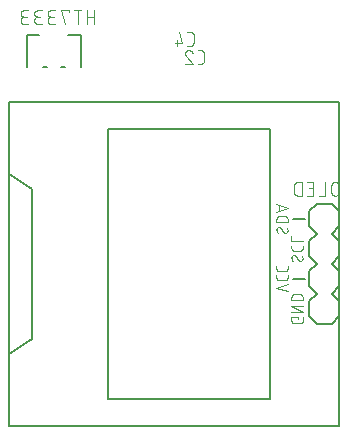
<source format=gbr>
G04 EAGLE Gerber RS-274X export*
G75*
%MOMM*%
%FSLAX34Y34*%
%LPD*%
%INSilkscreen Bottom*%
%IPPOS*%
%AMOC8*
5,1,8,0,0,1.08239X$1,22.5*%
G01*
%ADD10C,0.152400*%
%ADD11C,0.101600*%
%ADD12C,0.127000*%
%ADD13C,0.076200*%


D10*
X276724Y509676D02*
X276724Y536804D01*
X266136Y536804D01*
X231276Y536804D02*
X231276Y509676D01*
X231276Y536804D02*
X241364Y536804D01*
X259776Y509596D02*
X263364Y509596D01*
X248364Y509596D02*
X244776Y509596D01*
D11*
X288242Y545758D02*
X288242Y557442D01*
X288242Y552249D02*
X281751Y552249D01*
X281751Y557442D02*
X281751Y545758D01*
X273948Y545758D02*
X273948Y557442D01*
X277193Y557442D02*
X270702Y557442D01*
X266525Y557442D02*
X266525Y556144D01*
X266525Y557442D02*
X260034Y557442D01*
X263280Y545758D01*
X255095Y545758D02*
X251850Y545758D01*
X251737Y545760D01*
X251624Y545766D01*
X251511Y545776D01*
X251398Y545790D01*
X251286Y545807D01*
X251175Y545829D01*
X251065Y545854D01*
X250955Y545884D01*
X250847Y545917D01*
X250740Y545954D01*
X250634Y545994D01*
X250530Y546039D01*
X250427Y546087D01*
X250326Y546138D01*
X250227Y546193D01*
X250130Y546251D01*
X250035Y546313D01*
X249942Y546378D01*
X249852Y546446D01*
X249764Y546517D01*
X249678Y546592D01*
X249595Y546669D01*
X249515Y546749D01*
X249438Y546832D01*
X249363Y546918D01*
X249292Y547006D01*
X249224Y547096D01*
X249159Y547189D01*
X249097Y547284D01*
X249039Y547381D01*
X248984Y547480D01*
X248933Y547581D01*
X248885Y547684D01*
X248840Y547788D01*
X248800Y547894D01*
X248763Y548001D01*
X248730Y548109D01*
X248700Y548219D01*
X248675Y548329D01*
X248653Y548440D01*
X248636Y548552D01*
X248622Y548665D01*
X248612Y548778D01*
X248606Y548891D01*
X248604Y549004D01*
X248606Y549117D01*
X248612Y549230D01*
X248622Y549343D01*
X248636Y549456D01*
X248653Y549568D01*
X248675Y549679D01*
X248700Y549789D01*
X248730Y549899D01*
X248763Y550007D01*
X248800Y550114D01*
X248840Y550220D01*
X248885Y550324D01*
X248933Y550427D01*
X248984Y550528D01*
X249039Y550627D01*
X249097Y550724D01*
X249159Y550819D01*
X249224Y550912D01*
X249292Y551002D01*
X249363Y551090D01*
X249438Y551176D01*
X249515Y551259D01*
X249595Y551339D01*
X249678Y551416D01*
X249764Y551491D01*
X249852Y551562D01*
X249942Y551630D01*
X250035Y551695D01*
X250130Y551757D01*
X250227Y551815D01*
X250326Y551870D01*
X250427Y551921D01*
X250530Y551969D01*
X250634Y552014D01*
X250740Y552054D01*
X250847Y552091D01*
X250955Y552124D01*
X251065Y552154D01*
X251175Y552179D01*
X251286Y552201D01*
X251398Y552218D01*
X251511Y552232D01*
X251624Y552242D01*
X251737Y552248D01*
X251850Y552250D01*
X251200Y557442D02*
X255095Y557442D01*
X251200Y557442D02*
X251099Y557440D01*
X250999Y557434D01*
X250899Y557424D01*
X250799Y557411D01*
X250700Y557393D01*
X250601Y557372D01*
X250504Y557347D01*
X250407Y557318D01*
X250312Y557285D01*
X250218Y557249D01*
X250126Y557209D01*
X250035Y557166D01*
X249946Y557119D01*
X249859Y557069D01*
X249773Y557015D01*
X249690Y556958D01*
X249610Y556898D01*
X249531Y556835D01*
X249455Y556768D01*
X249382Y556699D01*
X249312Y556627D01*
X249244Y556553D01*
X249179Y556476D01*
X249118Y556396D01*
X249059Y556314D01*
X249004Y556230D01*
X248952Y556144D01*
X248903Y556056D01*
X248858Y555966D01*
X248816Y555874D01*
X248778Y555781D01*
X248744Y555686D01*
X248713Y555591D01*
X248686Y555494D01*
X248663Y555396D01*
X248643Y555297D01*
X248628Y555197D01*
X248616Y555097D01*
X248608Y554997D01*
X248604Y554896D01*
X248604Y554796D01*
X248608Y554695D01*
X248616Y554595D01*
X248628Y554495D01*
X248643Y554395D01*
X248663Y554296D01*
X248686Y554198D01*
X248713Y554101D01*
X248744Y554006D01*
X248778Y553911D01*
X248816Y553818D01*
X248858Y553726D01*
X248903Y553636D01*
X248952Y553548D01*
X249004Y553462D01*
X249059Y553378D01*
X249118Y553296D01*
X249179Y553216D01*
X249244Y553139D01*
X249312Y553065D01*
X249382Y552993D01*
X249455Y552924D01*
X249531Y552857D01*
X249610Y552794D01*
X249690Y552734D01*
X249773Y552677D01*
X249859Y552623D01*
X249946Y552573D01*
X250035Y552526D01*
X250126Y552483D01*
X250218Y552443D01*
X250312Y552407D01*
X250407Y552374D01*
X250504Y552345D01*
X250601Y552320D01*
X250700Y552299D01*
X250799Y552281D01*
X250899Y552268D01*
X250999Y552258D01*
X251099Y552252D01*
X251200Y552250D01*
X251200Y552249D02*
X253797Y552249D01*
X243665Y545758D02*
X240420Y545758D01*
X240307Y545760D01*
X240194Y545766D01*
X240081Y545776D01*
X239968Y545790D01*
X239856Y545807D01*
X239745Y545829D01*
X239635Y545854D01*
X239525Y545884D01*
X239417Y545917D01*
X239310Y545954D01*
X239204Y545994D01*
X239100Y546039D01*
X238997Y546087D01*
X238896Y546138D01*
X238797Y546193D01*
X238700Y546251D01*
X238605Y546313D01*
X238512Y546378D01*
X238422Y546446D01*
X238334Y546517D01*
X238248Y546592D01*
X238165Y546669D01*
X238085Y546749D01*
X238008Y546832D01*
X237933Y546918D01*
X237862Y547006D01*
X237794Y547096D01*
X237729Y547189D01*
X237667Y547284D01*
X237609Y547381D01*
X237554Y547480D01*
X237503Y547581D01*
X237455Y547684D01*
X237410Y547788D01*
X237370Y547894D01*
X237333Y548001D01*
X237300Y548109D01*
X237270Y548219D01*
X237245Y548329D01*
X237223Y548440D01*
X237206Y548552D01*
X237192Y548665D01*
X237182Y548778D01*
X237176Y548891D01*
X237174Y549004D01*
X237176Y549117D01*
X237182Y549230D01*
X237192Y549343D01*
X237206Y549456D01*
X237223Y549568D01*
X237245Y549679D01*
X237270Y549789D01*
X237300Y549899D01*
X237333Y550007D01*
X237370Y550114D01*
X237410Y550220D01*
X237455Y550324D01*
X237503Y550427D01*
X237554Y550528D01*
X237609Y550627D01*
X237667Y550724D01*
X237729Y550819D01*
X237794Y550912D01*
X237862Y551002D01*
X237933Y551090D01*
X238008Y551176D01*
X238085Y551259D01*
X238165Y551339D01*
X238248Y551416D01*
X238334Y551491D01*
X238422Y551562D01*
X238512Y551630D01*
X238605Y551695D01*
X238700Y551757D01*
X238797Y551815D01*
X238896Y551870D01*
X238997Y551921D01*
X239100Y551969D01*
X239204Y552014D01*
X239310Y552054D01*
X239417Y552091D01*
X239525Y552124D01*
X239635Y552154D01*
X239745Y552179D01*
X239856Y552201D01*
X239968Y552218D01*
X240081Y552232D01*
X240194Y552242D01*
X240307Y552248D01*
X240420Y552250D01*
X239770Y557442D02*
X243665Y557442D01*
X239770Y557442D02*
X239669Y557440D01*
X239569Y557434D01*
X239469Y557424D01*
X239369Y557411D01*
X239270Y557393D01*
X239171Y557372D01*
X239074Y557347D01*
X238977Y557318D01*
X238882Y557285D01*
X238788Y557249D01*
X238696Y557209D01*
X238605Y557166D01*
X238516Y557119D01*
X238429Y557069D01*
X238343Y557015D01*
X238260Y556958D01*
X238180Y556898D01*
X238101Y556835D01*
X238025Y556768D01*
X237952Y556699D01*
X237882Y556627D01*
X237814Y556553D01*
X237749Y556476D01*
X237688Y556396D01*
X237629Y556314D01*
X237574Y556230D01*
X237522Y556144D01*
X237473Y556056D01*
X237428Y555966D01*
X237386Y555874D01*
X237348Y555781D01*
X237314Y555686D01*
X237283Y555591D01*
X237256Y555494D01*
X237233Y555396D01*
X237213Y555297D01*
X237198Y555197D01*
X237186Y555097D01*
X237178Y554997D01*
X237174Y554896D01*
X237174Y554796D01*
X237178Y554695D01*
X237186Y554595D01*
X237198Y554495D01*
X237213Y554395D01*
X237233Y554296D01*
X237256Y554198D01*
X237283Y554101D01*
X237314Y554006D01*
X237348Y553911D01*
X237386Y553818D01*
X237428Y553726D01*
X237473Y553636D01*
X237522Y553548D01*
X237574Y553462D01*
X237629Y553378D01*
X237688Y553296D01*
X237749Y553216D01*
X237814Y553139D01*
X237882Y553065D01*
X237952Y552993D01*
X238025Y552924D01*
X238101Y552857D01*
X238180Y552794D01*
X238260Y552734D01*
X238343Y552677D01*
X238429Y552623D01*
X238516Y552573D01*
X238605Y552526D01*
X238696Y552483D01*
X238788Y552443D01*
X238882Y552407D01*
X238977Y552374D01*
X239074Y552345D01*
X239171Y552320D01*
X239270Y552299D01*
X239369Y552281D01*
X239469Y552268D01*
X239569Y552258D01*
X239669Y552252D01*
X239770Y552250D01*
X239770Y552249D02*
X242367Y552249D01*
X232235Y545758D02*
X228990Y545758D01*
X228877Y545760D01*
X228764Y545766D01*
X228651Y545776D01*
X228538Y545790D01*
X228426Y545807D01*
X228315Y545829D01*
X228205Y545854D01*
X228095Y545884D01*
X227987Y545917D01*
X227880Y545954D01*
X227774Y545994D01*
X227670Y546039D01*
X227567Y546087D01*
X227466Y546138D01*
X227367Y546193D01*
X227270Y546251D01*
X227175Y546313D01*
X227082Y546378D01*
X226992Y546446D01*
X226904Y546517D01*
X226818Y546592D01*
X226735Y546669D01*
X226655Y546749D01*
X226578Y546832D01*
X226503Y546918D01*
X226432Y547006D01*
X226364Y547096D01*
X226299Y547189D01*
X226237Y547284D01*
X226179Y547381D01*
X226124Y547480D01*
X226073Y547581D01*
X226025Y547684D01*
X225980Y547788D01*
X225940Y547894D01*
X225903Y548001D01*
X225870Y548109D01*
X225840Y548219D01*
X225815Y548329D01*
X225793Y548440D01*
X225776Y548552D01*
X225762Y548665D01*
X225752Y548778D01*
X225746Y548891D01*
X225744Y549004D01*
X225746Y549117D01*
X225752Y549230D01*
X225762Y549343D01*
X225776Y549456D01*
X225793Y549568D01*
X225815Y549679D01*
X225840Y549789D01*
X225870Y549899D01*
X225903Y550007D01*
X225940Y550114D01*
X225980Y550220D01*
X226025Y550324D01*
X226073Y550427D01*
X226124Y550528D01*
X226179Y550627D01*
X226237Y550724D01*
X226299Y550819D01*
X226364Y550912D01*
X226432Y551002D01*
X226503Y551090D01*
X226578Y551176D01*
X226655Y551259D01*
X226735Y551339D01*
X226818Y551416D01*
X226904Y551491D01*
X226992Y551562D01*
X227082Y551630D01*
X227175Y551695D01*
X227270Y551757D01*
X227367Y551815D01*
X227466Y551870D01*
X227567Y551921D01*
X227670Y551969D01*
X227774Y552014D01*
X227880Y552054D01*
X227987Y552091D01*
X228095Y552124D01*
X228205Y552154D01*
X228315Y552179D01*
X228426Y552201D01*
X228538Y552218D01*
X228651Y552232D01*
X228764Y552242D01*
X228877Y552248D01*
X228990Y552250D01*
X228341Y557442D02*
X232235Y557442D01*
X228341Y557442D02*
X228240Y557440D01*
X228140Y557434D01*
X228040Y557424D01*
X227940Y557411D01*
X227841Y557393D01*
X227742Y557372D01*
X227645Y557347D01*
X227548Y557318D01*
X227453Y557285D01*
X227359Y557249D01*
X227267Y557209D01*
X227176Y557166D01*
X227087Y557119D01*
X227000Y557069D01*
X226914Y557015D01*
X226831Y556958D01*
X226751Y556898D01*
X226672Y556835D01*
X226596Y556768D01*
X226523Y556699D01*
X226453Y556627D01*
X226385Y556553D01*
X226320Y556476D01*
X226259Y556396D01*
X226200Y556314D01*
X226145Y556230D01*
X226093Y556144D01*
X226044Y556056D01*
X225999Y555966D01*
X225957Y555874D01*
X225919Y555781D01*
X225885Y555686D01*
X225854Y555591D01*
X225827Y555494D01*
X225804Y555396D01*
X225784Y555297D01*
X225769Y555197D01*
X225757Y555097D01*
X225749Y554997D01*
X225745Y554896D01*
X225745Y554796D01*
X225749Y554695D01*
X225757Y554595D01*
X225769Y554495D01*
X225784Y554395D01*
X225804Y554296D01*
X225827Y554198D01*
X225854Y554101D01*
X225885Y554006D01*
X225919Y553911D01*
X225957Y553818D01*
X225999Y553726D01*
X226044Y553636D01*
X226093Y553548D01*
X226145Y553462D01*
X226200Y553378D01*
X226259Y553296D01*
X226320Y553216D01*
X226385Y553139D01*
X226453Y553065D01*
X226523Y552993D01*
X226596Y552924D01*
X226672Y552857D01*
X226751Y552794D01*
X226831Y552734D01*
X226914Y552677D01*
X227000Y552623D01*
X227087Y552573D01*
X227176Y552526D01*
X227267Y552483D01*
X227359Y552443D01*
X227453Y552407D01*
X227548Y552374D01*
X227645Y552345D01*
X227742Y552320D01*
X227841Y552299D01*
X227940Y552281D01*
X228040Y552268D01*
X228140Y552258D01*
X228240Y552252D01*
X228341Y552250D01*
X228341Y552249D02*
X230937Y552249D01*
D12*
X495300Y480060D02*
X495300Y205740D01*
X495300Y480060D02*
X215900Y480060D01*
X215900Y419100D01*
X215900Y266700D01*
X215900Y205740D01*
X495300Y205740D01*
X488950Y292100D02*
X495300Y298450D01*
X495300Y311150D02*
X488950Y317500D01*
X495300Y323850D01*
X495300Y336550D02*
X488950Y342900D01*
X495300Y349250D01*
X495300Y361950D02*
X488950Y368300D01*
X495300Y374650D01*
X495300Y387350D02*
X488950Y393700D01*
X476250Y393700D02*
X469900Y387350D01*
X469900Y374650D01*
X476250Y368300D01*
X469900Y361950D01*
X469900Y349250D01*
X476250Y342900D01*
X469900Y336550D01*
X469900Y323850D01*
X476250Y317500D01*
X469900Y311150D01*
X469900Y298450D01*
X476250Y292100D01*
X488950Y292100D01*
X436880Y228600D02*
X436880Y457200D01*
X299720Y457200D01*
X299720Y228600D01*
X436880Y228600D01*
X476250Y393700D02*
X488950Y393700D01*
D13*
X460262Y297657D02*
X460262Y296091D01*
X460262Y297657D02*
X455041Y297657D01*
X455041Y294524D01*
X455043Y294435D01*
X455049Y294347D01*
X455058Y294259D01*
X455071Y294171D01*
X455088Y294084D01*
X455108Y293998D01*
X455133Y293913D01*
X455160Y293828D01*
X455192Y293745D01*
X455226Y293664D01*
X455265Y293584D01*
X455306Y293506D01*
X455351Y293429D01*
X455399Y293355D01*
X455450Y293282D01*
X455504Y293212D01*
X455562Y293145D01*
X455622Y293079D01*
X455684Y293017D01*
X455750Y292957D01*
X455817Y292899D01*
X455887Y292845D01*
X455960Y292794D01*
X456034Y292746D01*
X456111Y292701D01*
X456189Y292660D01*
X456269Y292621D01*
X456350Y292587D01*
X456433Y292555D01*
X456518Y292528D01*
X456603Y292503D01*
X456689Y292483D01*
X456776Y292466D01*
X456864Y292453D01*
X456952Y292444D01*
X457040Y292438D01*
X457129Y292436D01*
X462351Y292436D01*
X462442Y292438D01*
X462533Y292444D01*
X462624Y292454D01*
X462714Y292468D01*
X462803Y292485D01*
X462891Y292507D01*
X462979Y292533D01*
X463065Y292562D01*
X463150Y292595D01*
X463233Y292632D01*
X463315Y292672D01*
X463395Y292716D01*
X463473Y292763D01*
X463549Y292814D01*
X463622Y292867D01*
X463693Y292924D01*
X463762Y292985D01*
X463827Y293048D01*
X463890Y293113D01*
X463950Y293182D01*
X464008Y293253D01*
X464061Y293326D01*
X464112Y293402D01*
X464159Y293480D01*
X464203Y293560D01*
X464243Y293642D01*
X464280Y293725D01*
X464313Y293810D01*
X464342Y293896D01*
X464368Y293984D01*
X464390Y294072D01*
X464407Y294161D01*
X464421Y294251D01*
X464431Y294342D01*
X464437Y294433D01*
X464439Y294524D01*
X464439Y297657D01*
X464439Y302189D02*
X455041Y302189D01*
X455041Y307411D02*
X464439Y302189D01*
X464439Y307411D02*
X455041Y307411D01*
X455041Y311943D02*
X464439Y311943D01*
X464439Y314554D01*
X464437Y314654D01*
X464431Y314754D01*
X464422Y314853D01*
X464408Y314953D01*
X464391Y315051D01*
X464370Y315149D01*
X464346Y315246D01*
X464317Y315342D01*
X464285Y315437D01*
X464250Y315530D01*
X464211Y315622D01*
X464168Y315713D01*
X464122Y315801D01*
X464072Y315888D01*
X464020Y315973D01*
X463964Y316056D01*
X463905Y316137D01*
X463842Y316215D01*
X463777Y316291D01*
X463709Y316365D01*
X463639Y316435D01*
X463565Y316503D01*
X463489Y316568D01*
X463411Y316631D01*
X463330Y316690D01*
X463247Y316746D01*
X463162Y316798D01*
X463075Y316848D01*
X462987Y316894D01*
X462896Y316937D01*
X462804Y316976D01*
X462711Y317011D01*
X462616Y317043D01*
X462520Y317072D01*
X462423Y317096D01*
X462325Y317117D01*
X462227Y317134D01*
X462127Y317148D01*
X462028Y317157D01*
X461928Y317163D01*
X461828Y317165D01*
X461828Y317164D02*
X457652Y317164D01*
X457652Y317165D02*
X457552Y317163D01*
X457452Y317157D01*
X457353Y317148D01*
X457253Y317134D01*
X457155Y317117D01*
X457057Y317096D01*
X456960Y317072D01*
X456864Y317043D01*
X456769Y317011D01*
X456676Y316976D01*
X456584Y316937D01*
X456493Y316894D01*
X456405Y316848D01*
X456318Y316798D01*
X456233Y316746D01*
X456150Y316690D01*
X456069Y316631D01*
X455991Y316568D01*
X455915Y316503D01*
X455841Y316435D01*
X455771Y316365D01*
X455703Y316291D01*
X455638Y316215D01*
X455575Y316137D01*
X455516Y316056D01*
X455460Y315973D01*
X455408Y315888D01*
X455358Y315801D01*
X455312Y315713D01*
X455269Y315622D01*
X455230Y315530D01*
X455195Y315437D01*
X455163Y315342D01*
X455134Y315246D01*
X455110Y315149D01*
X455089Y315051D01*
X455072Y314953D01*
X455058Y314853D01*
X455049Y314754D01*
X455043Y314654D01*
X455041Y314554D01*
X455041Y311943D01*
X451739Y319481D02*
X442341Y322614D01*
X451739Y325747D01*
X442341Y331210D02*
X442341Y333299D01*
X442341Y331210D02*
X442343Y331121D01*
X442349Y331033D01*
X442358Y330945D01*
X442371Y330857D01*
X442388Y330770D01*
X442408Y330684D01*
X442433Y330599D01*
X442460Y330514D01*
X442492Y330431D01*
X442526Y330350D01*
X442565Y330270D01*
X442606Y330192D01*
X442651Y330115D01*
X442699Y330041D01*
X442750Y329968D01*
X442804Y329898D01*
X442862Y329831D01*
X442922Y329765D01*
X442984Y329703D01*
X443050Y329643D01*
X443117Y329585D01*
X443187Y329531D01*
X443260Y329480D01*
X443334Y329432D01*
X443411Y329387D01*
X443489Y329346D01*
X443569Y329307D01*
X443650Y329273D01*
X443733Y329241D01*
X443818Y329214D01*
X443903Y329189D01*
X443989Y329169D01*
X444076Y329152D01*
X444164Y329139D01*
X444252Y329130D01*
X444340Y329124D01*
X444429Y329122D01*
X449651Y329122D01*
X449742Y329124D01*
X449833Y329130D01*
X449924Y329140D01*
X450014Y329154D01*
X450103Y329171D01*
X450191Y329193D01*
X450279Y329219D01*
X450365Y329248D01*
X450450Y329281D01*
X450533Y329318D01*
X450615Y329358D01*
X450695Y329402D01*
X450773Y329449D01*
X450849Y329500D01*
X450922Y329553D01*
X450993Y329610D01*
X451062Y329671D01*
X451127Y329734D01*
X451190Y329799D01*
X451250Y329868D01*
X451308Y329939D01*
X451361Y330012D01*
X451412Y330088D01*
X451459Y330166D01*
X451503Y330246D01*
X451543Y330328D01*
X451580Y330411D01*
X451613Y330496D01*
X451642Y330582D01*
X451668Y330670D01*
X451690Y330758D01*
X451707Y330847D01*
X451721Y330937D01*
X451731Y331028D01*
X451737Y331119D01*
X451739Y331210D01*
X451739Y333299D01*
X442341Y338830D02*
X442341Y340919D01*
X442341Y338830D02*
X442343Y338741D01*
X442349Y338653D01*
X442358Y338565D01*
X442371Y338477D01*
X442388Y338390D01*
X442408Y338304D01*
X442433Y338219D01*
X442460Y338134D01*
X442492Y338051D01*
X442526Y337970D01*
X442565Y337890D01*
X442606Y337812D01*
X442651Y337735D01*
X442699Y337661D01*
X442750Y337588D01*
X442804Y337518D01*
X442862Y337451D01*
X442922Y337385D01*
X442984Y337323D01*
X443050Y337263D01*
X443117Y337205D01*
X443187Y337151D01*
X443260Y337100D01*
X443334Y337052D01*
X443411Y337007D01*
X443489Y336966D01*
X443569Y336927D01*
X443650Y336893D01*
X443733Y336861D01*
X443818Y336834D01*
X443903Y336809D01*
X443989Y336789D01*
X444076Y336772D01*
X444164Y336759D01*
X444252Y336750D01*
X444340Y336744D01*
X444429Y336742D01*
X449651Y336742D01*
X449742Y336744D01*
X449833Y336750D01*
X449924Y336760D01*
X450014Y336774D01*
X450103Y336791D01*
X450191Y336813D01*
X450279Y336839D01*
X450365Y336868D01*
X450450Y336901D01*
X450533Y336938D01*
X450615Y336978D01*
X450695Y337022D01*
X450773Y337069D01*
X450849Y337120D01*
X450922Y337173D01*
X450993Y337230D01*
X451062Y337291D01*
X451127Y337354D01*
X451190Y337419D01*
X451250Y337488D01*
X451308Y337559D01*
X451361Y337632D01*
X451412Y337708D01*
X451459Y337786D01*
X451503Y337866D01*
X451543Y337948D01*
X451580Y338031D01*
X451613Y338116D01*
X451642Y338202D01*
X451668Y338290D01*
X451690Y338378D01*
X451707Y338467D01*
X451721Y338557D01*
X451731Y338648D01*
X451737Y338739D01*
X451739Y338830D01*
X451739Y340919D01*
X455041Y348254D02*
X455043Y348343D01*
X455049Y348431D01*
X455058Y348519D01*
X455071Y348607D01*
X455088Y348694D01*
X455108Y348780D01*
X455133Y348865D01*
X455160Y348950D01*
X455192Y349033D01*
X455226Y349114D01*
X455265Y349194D01*
X455306Y349272D01*
X455351Y349349D01*
X455399Y349423D01*
X455450Y349496D01*
X455504Y349566D01*
X455562Y349633D01*
X455622Y349699D01*
X455684Y349761D01*
X455750Y349821D01*
X455817Y349879D01*
X455887Y349933D01*
X455960Y349984D01*
X456034Y350032D01*
X456111Y350077D01*
X456189Y350118D01*
X456269Y350157D01*
X456350Y350191D01*
X456433Y350223D01*
X456518Y350250D01*
X456603Y350275D01*
X456689Y350295D01*
X456776Y350312D01*
X456864Y350325D01*
X456952Y350334D01*
X457040Y350340D01*
X457129Y350342D01*
X455041Y348254D02*
X455043Y348125D01*
X455049Y347996D01*
X455058Y347867D01*
X455071Y347739D01*
X455088Y347611D01*
X455109Y347484D01*
X455133Y347357D01*
X455161Y347231D01*
X455193Y347106D01*
X455228Y346982D01*
X455267Y346859D01*
X455310Y346737D01*
X455356Y346617D01*
X455406Y346498D01*
X455459Y346380D01*
X455515Y346264D01*
X455575Y346150D01*
X455638Y346037D01*
X455705Y345927D01*
X455774Y345818D01*
X455847Y345712D01*
X455923Y345607D01*
X456002Y345505D01*
X456084Y345406D01*
X456168Y345308D01*
X456256Y345213D01*
X456346Y345121D01*
X462351Y345382D02*
X462440Y345384D01*
X462528Y345390D01*
X462616Y345399D01*
X462704Y345412D01*
X462791Y345429D01*
X462877Y345449D01*
X462962Y345474D01*
X463047Y345501D01*
X463130Y345533D01*
X463211Y345567D01*
X463291Y345606D01*
X463369Y345647D01*
X463446Y345692D01*
X463520Y345740D01*
X463593Y345791D01*
X463663Y345845D01*
X463730Y345903D01*
X463796Y345963D01*
X463858Y346025D01*
X463918Y346091D01*
X463976Y346158D01*
X464030Y346228D01*
X464081Y346301D01*
X464129Y346375D01*
X464174Y346452D01*
X464215Y346530D01*
X464254Y346610D01*
X464288Y346691D01*
X464320Y346774D01*
X464347Y346859D01*
X464372Y346944D01*
X464392Y347030D01*
X464409Y347117D01*
X464422Y347205D01*
X464431Y347293D01*
X464437Y347381D01*
X464439Y347470D01*
X464437Y347590D01*
X464432Y347710D01*
X464422Y347830D01*
X464410Y347949D01*
X464393Y348068D01*
X464373Y348186D01*
X464349Y348304D01*
X464322Y348420D01*
X464291Y348536D01*
X464257Y348651D01*
X464219Y348765D01*
X464177Y348878D01*
X464132Y348989D01*
X464084Y349099D01*
X464033Y349207D01*
X463978Y349314D01*
X463920Y349419D01*
X463858Y349522D01*
X463794Y349623D01*
X463726Y349723D01*
X463656Y349820D01*
X460524Y346426D02*
X460572Y346348D01*
X460624Y346272D01*
X460678Y346199D01*
X460736Y346128D01*
X460797Y346059D01*
X460861Y345993D01*
X460928Y345930D01*
X460997Y345870D01*
X461069Y345813D01*
X461143Y345759D01*
X461220Y345709D01*
X461299Y345661D01*
X461379Y345618D01*
X461462Y345577D01*
X461546Y345541D01*
X461631Y345508D01*
X461718Y345479D01*
X461807Y345453D01*
X461896Y345431D01*
X461986Y345414D01*
X462076Y345400D01*
X462168Y345390D01*
X462259Y345384D01*
X462351Y345382D01*
X458956Y349298D02*
X458908Y349376D01*
X458856Y349452D01*
X458802Y349525D01*
X458744Y349596D01*
X458683Y349665D01*
X458619Y349731D01*
X458552Y349794D01*
X458483Y349854D01*
X458411Y349911D01*
X458337Y349965D01*
X458260Y350015D01*
X458181Y350063D01*
X458101Y350106D01*
X458018Y350147D01*
X457934Y350183D01*
X457849Y350216D01*
X457762Y350245D01*
X457673Y350271D01*
X457584Y350293D01*
X457494Y350310D01*
X457404Y350324D01*
X457312Y350334D01*
X457221Y350340D01*
X457129Y350342D01*
X458957Y349298D02*
X460523Y346426D01*
X455041Y356023D02*
X455041Y358111D01*
X455041Y356023D02*
X455043Y355934D01*
X455049Y355846D01*
X455058Y355758D01*
X455071Y355670D01*
X455088Y355583D01*
X455108Y355497D01*
X455133Y355412D01*
X455160Y355327D01*
X455192Y355244D01*
X455226Y355163D01*
X455265Y355083D01*
X455306Y355005D01*
X455351Y354928D01*
X455399Y354854D01*
X455450Y354781D01*
X455504Y354711D01*
X455562Y354644D01*
X455622Y354578D01*
X455684Y354516D01*
X455750Y354456D01*
X455817Y354398D01*
X455887Y354344D01*
X455960Y354293D01*
X456034Y354245D01*
X456111Y354200D01*
X456189Y354159D01*
X456269Y354120D01*
X456350Y354086D01*
X456433Y354054D01*
X456518Y354027D01*
X456603Y354002D01*
X456689Y353982D01*
X456776Y353965D01*
X456864Y353952D01*
X456952Y353943D01*
X457040Y353937D01*
X457129Y353935D01*
X457129Y353934D02*
X462351Y353934D01*
X462351Y353935D02*
X462442Y353937D01*
X462533Y353943D01*
X462624Y353953D01*
X462714Y353967D01*
X462803Y353984D01*
X462891Y354006D01*
X462979Y354032D01*
X463065Y354061D01*
X463150Y354094D01*
X463233Y354131D01*
X463315Y354171D01*
X463395Y354215D01*
X463473Y354262D01*
X463549Y354313D01*
X463622Y354366D01*
X463693Y354423D01*
X463762Y354484D01*
X463827Y354547D01*
X463890Y354612D01*
X463950Y354681D01*
X464008Y354752D01*
X464061Y354825D01*
X464112Y354901D01*
X464159Y354979D01*
X464203Y355059D01*
X464243Y355141D01*
X464280Y355224D01*
X464313Y355309D01*
X464342Y355395D01*
X464368Y355483D01*
X464390Y355571D01*
X464407Y355660D01*
X464421Y355750D01*
X464431Y355841D01*
X464437Y355932D01*
X464439Y356023D01*
X464439Y358111D01*
X464439Y361902D02*
X455041Y361902D01*
X455041Y366079D01*
X444429Y374053D02*
X444340Y374051D01*
X444252Y374045D01*
X444164Y374036D01*
X444076Y374023D01*
X443989Y374006D01*
X443903Y373986D01*
X443818Y373961D01*
X443733Y373934D01*
X443650Y373902D01*
X443569Y373868D01*
X443489Y373829D01*
X443411Y373788D01*
X443334Y373743D01*
X443260Y373695D01*
X443187Y373644D01*
X443117Y373590D01*
X443050Y373532D01*
X442984Y373472D01*
X442922Y373410D01*
X442862Y373344D01*
X442804Y373277D01*
X442750Y373207D01*
X442699Y373134D01*
X442651Y373060D01*
X442606Y372983D01*
X442565Y372905D01*
X442526Y372825D01*
X442492Y372744D01*
X442460Y372661D01*
X442433Y372576D01*
X442408Y372491D01*
X442388Y372405D01*
X442371Y372318D01*
X442358Y372230D01*
X442349Y372142D01*
X442343Y372054D01*
X442341Y371965D01*
X442343Y371836D01*
X442349Y371707D01*
X442358Y371578D01*
X442371Y371450D01*
X442388Y371322D01*
X442409Y371195D01*
X442433Y371068D01*
X442461Y370942D01*
X442493Y370817D01*
X442528Y370693D01*
X442567Y370570D01*
X442610Y370448D01*
X442656Y370328D01*
X442706Y370209D01*
X442759Y370091D01*
X442815Y369975D01*
X442875Y369861D01*
X442938Y369748D01*
X443005Y369638D01*
X443074Y369529D01*
X443147Y369423D01*
X443223Y369318D01*
X443302Y369216D01*
X443384Y369117D01*
X443468Y369019D01*
X443556Y368924D01*
X443646Y368832D01*
X449651Y369094D02*
X449740Y369096D01*
X449828Y369102D01*
X449916Y369111D01*
X450004Y369124D01*
X450091Y369141D01*
X450177Y369161D01*
X450262Y369186D01*
X450347Y369213D01*
X450430Y369245D01*
X450511Y369279D01*
X450591Y369318D01*
X450669Y369359D01*
X450746Y369404D01*
X450820Y369452D01*
X450893Y369503D01*
X450963Y369557D01*
X451030Y369615D01*
X451096Y369675D01*
X451158Y369737D01*
X451218Y369803D01*
X451276Y369870D01*
X451330Y369940D01*
X451381Y370013D01*
X451429Y370087D01*
X451474Y370164D01*
X451515Y370242D01*
X451554Y370322D01*
X451588Y370403D01*
X451620Y370486D01*
X451647Y370571D01*
X451672Y370656D01*
X451692Y370742D01*
X451709Y370829D01*
X451722Y370917D01*
X451731Y371005D01*
X451737Y371093D01*
X451739Y371182D01*
X451739Y371181D02*
X451737Y371301D01*
X451732Y371421D01*
X451722Y371541D01*
X451710Y371660D01*
X451693Y371779D01*
X451673Y371897D01*
X451649Y372015D01*
X451622Y372131D01*
X451591Y372247D01*
X451557Y372362D01*
X451519Y372476D01*
X451477Y372589D01*
X451432Y372700D01*
X451384Y372810D01*
X451333Y372918D01*
X451278Y373025D01*
X451220Y373130D01*
X451158Y373233D01*
X451094Y373334D01*
X451026Y373434D01*
X450956Y373531D01*
X447824Y370137D02*
X447872Y370059D01*
X447924Y369983D01*
X447978Y369910D01*
X448036Y369839D01*
X448097Y369770D01*
X448161Y369704D01*
X448228Y369641D01*
X448297Y369581D01*
X448369Y369524D01*
X448443Y369470D01*
X448520Y369420D01*
X448599Y369372D01*
X448679Y369329D01*
X448762Y369288D01*
X448846Y369252D01*
X448931Y369219D01*
X449018Y369190D01*
X449107Y369164D01*
X449196Y369142D01*
X449286Y369125D01*
X449376Y369111D01*
X449468Y369101D01*
X449559Y369095D01*
X449651Y369093D01*
X446256Y373009D02*
X446208Y373087D01*
X446156Y373163D01*
X446102Y373236D01*
X446044Y373307D01*
X445983Y373376D01*
X445919Y373442D01*
X445852Y373505D01*
X445783Y373565D01*
X445711Y373622D01*
X445637Y373676D01*
X445560Y373726D01*
X445481Y373774D01*
X445401Y373817D01*
X445318Y373858D01*
X445234Y373894D01*
X445149Y373927D01*
X445062Y373956D01*
X444973Y373982D01*
X444884Y374004D01*
X444794Y374021D01*
X444704Y374035D01*
X444612Y374045D01*
X444521Y374051D01*
X444429Y374053D01*
X446257Y373009D02*
X447823Y370137D01*
X451739Y377976D02*
X442341Y377976D01*
X451739Y377976D02*
X451739Y380587D01*
X451737Y380687D01*
X451731Y380787D01*
X451722Y380886D01*
X451708Y380986D01*
X451691Y381084D01*
X451670Y381182D01*
X451646Y381279D01*
X451617Y381375D01*
X451585Y381470D01*
X451550Y381563D01*
X451511Y381655D01*
X451468Y381746D01*
X451422Y381834D01*
X451372Y381921D01*
X451320Y382006D01*
X451264Y382089D01*
X451205Y382170D01*
X451142Y382248D01*
X451077Y382324D01*
X451009Y382398D01*
X450939Y382468D01*
X450865Y382536D01*
X450789Y382601D01*
X450711Y382664D01*
X450630Y382723D01*
X450547Y382779D01*
X450462Y382831D01*
X450375Y382881D01*
X450287Y382927D01*
X450196Y382970D01*
X450104Y383009D01*
X450011Y383044D01*
X449916Y383076D01*
X449820Y383105D01*
X449723Y383129D01*
X449625Y383150D01*
X449527Y383167D01*
X449427Y383181D01*
X449328Y383190D01*
X449228Y383196D01*
X449128Y383198D01*
X449128Y383197D02*
X444952Y383197D01*
X444952Y383198D02*
X444852Y383196D01*
X444752Y383190D01*
X444653Y383181D01*
X444553Y383167D01*
X444455Y383150D01*
X444357Y383129D01*
X444260Y383105D01*
X444164Y383076D01*
X444069Y383044D01*
X443976Y383009D01*
X443884Y382970D01*
X443793Y382927D01*
X443705Y382881D01*
X443618Y382831D01*
X443533Y382779D01*
X443450Y382723D01*
X443369Y382664D01*
X443291Y382601D01*
X443215Y382536D01*
X443141Y382468D01*
X443071Y382398D01*
X443003Y382324D01*
X442938Y382248D01*
X442875Y382170D01*
X442816Y382089D01*
X442760Y382006D01*
X442708Y381921D01*
X442658Y381834D01*
X442612Y381746D01*
X442569Y381655D01*
X442530Y381563D01*
X442495Y381470D01*
X442463Y381375D01*
X442434Y381279D01*
X442410Y381182D01*
X442389Y381084D01*
X442372Y380986D01*
X442358Y380886D01*
X442349Y380787D01*
X442343Y380687D01*
X442341Y380587D01*
X442341Y377976D01*
X442341Y386903D02*
X451739Y390035D01*
X442341Y393168D01*
X444691Y392385D02*
X444691Y387686D01*
D12*
X455930Y330200D02*
X466090Y330200D01*
X466090Y381000D02*
X455930Y381000D01*
X234950Y279400D02*
X215900Y266700D01*
X234950Y279400D02*
X234950Y406400D01*
X215900Y419100D01*
D11*
X495307Y408996D02*
X495307Y403804D01*
X495307Y408996D02*
X495305Y409109D01*
X495299Y409222D01*
X495289Y409335D01*
X495275Y409448D01*
X495258Y409560D01*
X495236Y409671D01*
X495211Y409781D01*
X495181Y409891D01*
X495148Y409999D01*
X495111Y410106D01*
X495071Y410212D01*
X495026Y410316D01*
X494978Y410419D01*
X494927Y410520D01*
X494872Y410619D01*
X494814Y410716D01*
X494752Y410811D01*
X494687Y410904D01*
X494619Y410994D01*
X494548Y411082D01*
X494473Y411168D01*
X494396Y411251D01*
X494316Y411331D01*
X494233Y411408D01*
X494147Y411483D01*
X494059Y411554D01*
X493969Y411622D01*
X493876Y411687D01*
X493781Y411749D01*
X493684Y411807D01*
X493585Y411862D01*
X493484Y411913D01*
X493381Y411961D01*
X493277Y412006D01*
X493171Y412046D01*
X493064Y412083D01*
X492956Y412116D01*
X492846Y412146D01*
X492736Y412171D01*
X492625Y412193D01*
X492513Y412210D01*
X492400Y412224D01*
X492287Y412234D01*
X492174Y412240D01*
X492061Y412242D01*
X491948Y412240D01*
X491835Y412234D01*
X491722Y412224D01*
X491609Y412210D01*
X491497Y412193D01*
X491386Y412171D01*
X491276Y412146D01*
X491166Y412116D01*
X491058Y412083D01*
X490951Y412046D01*
X490845Y412006D01*
X490741Y411961D01*
X490638Y411913D01*
X490537Y411862D01*
X490438Y411807D01*
X490341Y411749D01*
X490246Y411687D01*
X490153Y411622D01*
X490063Y411554D01*
X489975Y411483D01*
X489889Y411408D01*
X489806Y411331D01*
X489726Y411251D01*
X489649Y411168D01*
X489574Y411082D01*
X489503Y410994D01*
X489435Y410904D01*
X489370Y410811D01*
X489308Y410716D01*
X489250Y410619D01*
X489195Y410520D01*
X489144Y410419D01*
X489096Y410316D01*
X489051Y410212D01*
X489011Y410106D01*
X488974Y409999D01*
X488941Y409891D01*
X488911Y409781D01*
X488886Y409671D01*
X488864Y409560D01*
X488847Y409448D01*
X488833Y409335D01*
X488823Y409222D01*
X488817Y409109D01*
X488815Y408996D01*
X488816Y408996D02*
X488816Y403804D01*
X488815Y403804D02*
X488817Y403691D01*
X488823Y403578D01*
X488833Y403465D01*
X488847Y403352D01*
X488864Y403240D01*
X488886Y403129D01*
X488911Y403019D01*
X488941Y402909D01*
X488974Y402801D01*
X489011Y402694D01*
X489051Y402588D01*
X489096Y402484D01*
X489144Y402381D01*
X489195Y402280D01*
X489250Y402181D01*
X489308Y402084D01*
X489370Y401989D01*
X489435Y401896D01*
X489503Y401806D01*
X489574Y401718D01*
X489649Y401632D01*
X489726Y401549D01*
X489806Y401469D01*
X489889Y401392D01*
X489975Y401317D01*
X490063Y401246D01*
X490153Y401178D01*
X490246Y401113D01*
X490341Y401051D01*
X490438Y400993D01*
X490537Y400938D01*
X490638Y400887D01*
X490741Y400839D01*
X490845Y400794D01*
X490951Y400754D01*
X491058Y400717D01*
X491166Y400684D01*
X491276Y400654D01*
X491386Y400629D01*
X491497Y400607D01*
X491609Y400590D01*
X491722Y400576D01*
X491835Y400566D01*
X491948Y400560D01*
X492061Y400558D01*
X492174Y400560D01*
X492287Y400566D01*
X492400Y400576D01*
X492513Y400590D01*
X492625Y400607D01*
X492736Y400629D01*
X492846Y400654D01*
X492956Y400684D01*
X493064Y400717D01*
X493171Y400754D01*
X493277Y400794D01*
X493381Y400839D01*
X493484Y400887D01*
X493585Y400938D01*
X493684Y400993D01*
X493781Y401051D01*
X493876Y401113D01*
X493969Y401178D01*
X494059Y401246D01*
X494147Y401317D01*
X494233Y401392D01*
X494316Y401469D01*
X494396Y401549D01*
X494473Y401632D01*
X494548Y401718D01*
X494619Y401806D01*
X494687Y401896D01*
X494752Y401989D01*
X494814Y402084D01*
X494872Y402181D01*
X494927Y402280D01*
X494978Y402381D01*
X495026Y402484D01*
X495071Y402588D01*
X495111Y402694D01*
X495148Y402801D01*
X495181Y402909D01*
X495211Y403019D01*
X495236Y403129D01*
X495258Y403240D01*
X495275Y403352D01*
X495289Y403465D01*
X495299Y403578D01*
X495305Y403691D01*
X495307Y403804D01*
X483473Y400558D02*
X483473Y412242D01*
X483473Y400558D02*
X478281Y400558D01*
X473567Y400558D02*
X468375Y400558D01*
X473567Y400558D02*
X473567Y412242D01*
X468375Y412242D01*
X469673Y407049D02*
X473567Y407049D01*
X463684Y412242D02*
X463684Y400558D01*
X463684Y412242D02*
X460439Y412242D01*
X460326Y412240D01*
X460213Y412234D01*
X460100Y412224D01*
X459987Y412210D01*
X459875Y412193D01*
X459764Y412171D01*
X459654Y412146D01*
X459544Y412116D01*
X459436Y412083D01*
X459329Y412046D01*
X459223Y412006D01*
X459119Y411961D01*
X459016Y411913D01*
X458915Y411862D01*
X458816Y411807D01*
X458719Y411749D01*
X458624Y411687D01*
X458531Y411622D01*
X458441Y411554D01*
X458353Y411483D01*
X458267Y411408D01*
X458184Y411331D01*
X458104Y411251D01*
X458027Y411168D01*
X457952Y411082D01*
X457881Y410994D01*
X457813Y410904D01*
X457748Y410811D01*
X457686Y410716D01*
X457628Y410619D01*
X457573Y410520D01*
X457522Y410419D01*
X457474Y410316D01*
X457429Y410212D01*
X457389Y410106D01*
X457352Y409999D01*
X457319Y409891D01*
X457289Y409781D01*
X457264Y409671D01*
X457242Y409560D01*
X457225Y409448D01*
X457211Y409335D01*
X457201Y409222D01*
X457195Y409109D01*
X457193Y408996D01*
X457193Y403804D01*
X457195Y403691D01*
X457201Y403578D01*
X457211Y403465D01*
X457225Y403352D01*
X457242Y403240D01*
X457264Y403129D01*
X457289Y403019D01*
X457319Y402909D01*
X457352Y402801D01*
X457389Y402694D01*
X457429Y402588D01*
X457474Y402484D01*
X457522Y402381D01*
X457573Y402280D01*
X457628Y402181D01*
X457686Y402084D01*
X457748Y401989D01*
X457813Y401896D01*
X457881Y401806D01*
X457952Y401718D01*
X458027Y401632D01*
X458104Y401549D01*
X458184Y401469D01*
X458267Y401392D01*
X458353Y401317D01*
X458441Y401246D01*
X458531Y401178D01*
X458624Y401113D01*
X458719Y401051D01*
X458816Y400993D01*
X458915Y400938D01*
X459016Y400887D01*
X459119Y400839D01*
X459223Y400794D01*
X459329Y400754D01*
X459436Y400717D01*
X459544Y400684D01*
X459654Y400654D01*
X459764Y400629D01*
X459875Y400607D01*
X459987Y400590D01*
X460100Y400576D01*
X460213Y400566D01*
X460326Y400560D01*
X460439Y400558D01*
X463684Y400558D01*
X369561Y527558D02*
X366964Y527558D01*
X369561Y527558D02*
X369660Y527560D01*
X369760Y527566D01*
X369859Y527575D01*
X369957Y527588D01*
X370055Y527605D01*
X370153Y527626D01*
X370249Y527651D01*
X370344Y527679D01*
X370438Y527711D01*
X370531Y527746D01*
X370623Y527785D01*
X370713Y527828D01*
X370801Y527873D01*
X370888Y527923D01*
X370972Y527975D01*
X371055Y528031D01*
X371135Y528089D01*
X371213Y528151D01*
X371288Y528216D01*
X371361Y528284D01*
X371431Y528354D01*
X371499Y528427D01*
X371564Y528502D01*
X371626Y528580D01*
X371684Y528660D01*
X371740Y528743D01*
X371792Y528827D01*
X371842Y528914D01*
X371887Y529002D01*
X371930Y529092D01*
X371969Y529184D01*
X372004Y529277D01*
X372036Y529371D01*
X372064Y529466D01*
X372089Y529562D01*
X372110Y529660D01*
X372127Y529758D01*
X372140Y529856D01*
X372149Y529955D01*
X372155Y530055D01*
X372157Y530154D01*
X372157Y536646D01*
X372155Y536745D01*
X372149Y536845D01*
X372140Y536944D01*
X372127Y537042D01*
X372110Y537140D01*
X372089Y537238D01*
X372064Y537334D01*
X372036Y537429D01*
X372004Y537523D01*
X371969Y537616D01*
X371930Y537708D01*
X371887Y537798D01*
X371842Y537886D01*
X371792Y537973D01*
X371740Y538057D01*
X371684Y538140D01*
X371626Y538220D01*
X371564Y538298D01*
X371499Y538373D01*
X371431Y538446D01*
X371361Y538516D01*
X371288Y538584D01*
X371213Y538649D01*
X371135Y538711D01*
X371055Y538769D01*
X370972Y538825D01*
X370888Y538877D01*
X370801Y538927D01*
X370713Y538972D01*
X370623Y539015D01*
X370531Y539054D01*
X370438Y539089D01*
X370344Y539121D01*
X370249Y539149D01*
X370153Y539174D01*
X370055Y539195D01*
X369957Y539212D01*
X369859Y539225D01*
X369760Y539234D01*
X369660Y539240D01*
X369561Y539242D01*
X366964Y539242D01*
X360003Y539242D02*
X362599Y530154D01*
X356108Y530154D01*
X358055Y532751D02*
X358055Y527558D01*
X375749Y512158D02*
X378346Y512158D01*
X378445Y512160D01*
X378545Y512166D01*
X378644Y512175D01*
X378742Y512188D01*
X378840Y512205D01*
X378938Y512226D01*
X379034Y512251D01*
X379129Y512279D01*
X379223Y512311D01*
X379316Y512346D01*
X379408Y512385D01*
X379498Y512428D01*
X379586Y512473D01*
X379673Y512523D01*
X379757Y512575D01*
X379840Y512631D01*
X379920Y512689D01*
X379998Y512751D01*
X380073Y512816D01*
X380146Y512884D01*
X380216Y512954D01*
X380284Y513027D01*
X380349Y513102D01*
X380411Y513180D01*
X380469Y513260D01*
X380525Y513343D01*
X380577Y513427D01*
X380627Y513514D01*
X380672Y513602D01*
X380715Y513692D01*
X380754Y513784D01*
X380789Y513877D01*
X380821Y513971D01*
X380849Y514066D01*
X380874Y514162D01*
X380895Y514260D01*
X380912Y514358D01*
X380925Y514456D01*
X380934Y514555D01*
X380940Y514655D01*
X380942Y514754D01*
X380942Y521246D01*
X380940Y521345D01*
X380934Y521445D01*
X380925Y521544D01*
X380912Y521642D01*
X380895Y521740D01*
X380874Y521838D01*
X380849Y521934D01*
X380821Y522029D01*
X380789Y522123D01*
X380754Y522216D01*
X380715Y522308D01*
X380672Y522398D01*
X380627Y522486D01*
X380577Y522573D01*
X380525Y522657D01*
X380469Y522740D01*
X380411Y522820D01*
X380349Y522898D01*
X380284Y522973D01*
X380216Y523046D01*
X380146Y523116D01*
X380073Y523184D01*
X379998Y523249D01*
X379920Y523311D01*
X379840Y523369D01*
X379757Y523425D01*
X379673Y523477D01*
X379586Y523527D01*
X379498Y523572D01*
X379408Y523615D01*
X379316Y523654D01*
X379223Y523689D01*
X379129Y523721D01*
X379034Y523749D01*
X378938Y523774D01*
X378840Y523795D01*
X378742Y523812D01*
X378644Y523825D01*
X378545Y523834D01*
X378445Y523840D01*
X378346Y523842D01*
X375749Y523842D01*
X367814Y523842D02*
X367707Y523840D01*
X367601Y523834D01*
X367495Y523824D01*
X367389Y523811D01*
X367283Y523793D01*
X367179Y523772D01*
X367075Y523747D01*
X366972Y523718D01*
X366871Y523686D01*
X366771Y523649D01*
X366672Y523609D01*
X366574Y523566D01*
X366478Y523519D01*
X366384Y523468D01*
X366292Y523414D01*
X366202Y523357D01*
X366114Y523297D01*
X366029Y523233D01*
X365946Y523166D01*
X365865Y523096D01*
X365787Y523024D01*
X365711Y522948D01*
X365639Y522870D01*
X365569Y522789D01*
X365502Y522706D01*
X365438Y522621D01*
X365378Y522533D01*
X365321Y522443D01*
X365267Y522351D01*
X365216Y522257D01*
X365169Y522161D01*
X365126Y522063D01*
X365086Y521964D01*
X365049Y521864D01*
X365017Y521763D01*
X364988Y521660D01*
X364963Y521556D01*
X364942Y521452D01*
X364924Y521346D01*
X364911Y521240D01*
X364901Y521134D01*
X364895Y521028D01*
X364893Y520921D01*
X367814Y523842D02*
X367935Y523840D01*
X368056Y523834D01*
X368176Y523824D01*
X368297Y523811D01*
X368416Y523793D01*
X368536Y523772D01*
X368654Y523747D01*
X368771Y523718D01*
X368888Y523685D01*
X369003Y523649D01*
X369117Y523608D01*
X369230Y523565D01*
X369342Y523517D01*
X369451Y523466D01*
X369559Y523411D01*
X369666Y523353D01*
X369770Y523292D01*
X369872Y523227D01*
X369972Y523159D01*
X370070Y523088D01*
X370166Y523014D01*
X370259Y522937D01*
X370349Y522856D01*
X370437Y522773D01*
X370522Y522687D01*
X370605Y522598D01*
X370684Y522507D01*
X370761Y522413D01*
X370834Y522317D01*
X370904Y522219D01*
X370971Y522118D01*
X371035Y522015D01*
X371096Y521910D01*
X371153Y521803D01*
X371206Y521695D01*
X371256Y521585D01*
X371302Y521473D01*
X371345Y521360D01*
X371384Y521245D01*
X365867Y518649D02*
X365788Y518727D01*
X365712Y518807D01*
X365639Y518890D01*
X365569Y518976D01*
X365502Y519063D01*
X365438Y519154D01*
X365378Y519246D01*
X365320Y519340D01*
X365266Y519437D01*
X365216Y519535D01*
X365169Y519635D01*
X365125Y519736D01*
X365085Y519839D01*
X365049Y519944D01*
X365017Y520049D01*
X364988Y520156D01*
X364963Y520263D01*
X364941Y520372D01*
X364924Y520481D01*
X364910Y520590D01*
X364901Y520700D01*
X364895Y520811D01*
X364893Y520921D01*
X365866Y518649D02*
X371384Y512158D01*
X364893Y512158D01*
M02*

</source>
